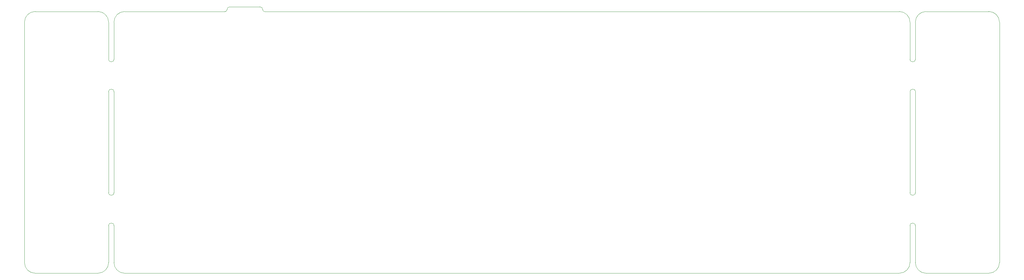
<source format=gm1>
G04 #@! TF.GenerationSoftware,KiCad,Pcbnew,(5.1.4-0-10_14)*
G04 #@! TF.CreationDate,2020-08-02T22:32:41-05:00*
G04 #@! TF.ProjectId,Ori,4f72692e-6b69-4636-9164-5f7063625858,rev?*
G04 #@! TF.SameCoordinates,Original*
G04 #@! TF.FileFunction,Profile,NP*
%FSLAX46Y46*%
G04 Gerber Fmt 4.6, Leading zero omitted, Abs format (unit mm)*
G04 Created by KiCad (PCBNEW (5.1.4-0-10_14)) date 2020-08-02 22:32:41*
%MOMM*%
%LPD*%
G04 APERTURE LIST*
%ADD10C,0.050000*%
G04 APERTURE END LIST*
D10*
X111217259Y-43129062D02*
X119820239Y-43129062D01*
X110440019Y-43906302D02*
G75*
G02X111217259Y-43129062I777240J0D01*
G01*
X119820239Y-43129062D02*
G75*
G02X120597479Y-43906302I0J-777240D01*
G01*
X304760004Y-58039000D02*
X304759999Y-47500002D01*
X306280000Y-115899820D02*
G75*
G03X309320000Y-118939820I3040000J0D01*
G01*
X309320000Y-44460000D02*
G75*
G03X306280000Y-47500000I0J-3040000D01*
G01*
X304759647Y-115900125D02*
X304760004Y-105410000D01*
X306280000Y-58039000D02*
X306280000Y-47500000D01*
X306280000Y-115899820D02*
X306280000Y-105410000D01*
X309319992Y-118939812D02*
X327179929Y-118939812D01*
X306280000Y-105410000D02*
G75*
G03X304760004Y-105410000I-759998J0D01*
G01*
X304760004Y-58039000D02*
G75*
G03X306280000Y-58039000I759998J0D01*
G01*
X306319996Y-67310000D02*
G75*
G03X304800000Y-67310000I-759998J0D01*
G01*
X304760004Y-96012000D02*
G75*
G03X306280000Y-96012000I759998J0D01*
G01*
X304800000Y-67310000D02*
X304760004Y-96012000D01*
X306319996Y-67310000D02*
X306280000Y-96012000D01*
X330219945Y-47500008D02*
G75*
G03X327179945Y-44460008I-3040000J0D01*
G01*
X327179929Y-118939812D02*
G75*
G03X330219929Y-115899812I0J3040000D01*
G01*
X327179945Y-44460008D02*
X309320000Y-44460000D01*
X330219929Y-115899812D02*
X330219945Y-47500008D01*
X52819717Y-115899689D02*
X52819701Y-47499885D01*
X55859701Y-44459885D02*
X73719646Y-44459877D01*
X55859717Y-118939689D02*
G75*
G02X52819717Y-115899689I0J3040000D01*
G01*
X52819701Y-47499885D02*
G75*
G02X55859701Y-44459885I3040000J0D01*
G01*
X76759646Y-67310000D02*
X76759646Y-96012000D01*
X78279642Y-67310000D02*
X78279642Y-96012000D01*
X78279642Y-96012000D02*
G75*
G02X76759646Y-96012000I-759998J0D01*
G01*
X76759646Y-67310000D02*
G75*
G02X78279642Y-67310000I759998J0D01*
G01*
X78279642Y-58039000D02*
G75*
G02X76759646Y-58039000I-759998J0D01*
G01*
X76759646Y-105410000D02*
G75*
G02X78279642Y-105410000I759998J0D01*
G01*
X73719654Y-118939689D02*
X55859717Y-118939689D01*
X76759646Y-115899697D02*
X76759646Y-105410000D01*
X78279999Y-47498752D02*
X78279642Y-58039000D01*
X76759646Y-58039000D02*
X76759646Y-47499877D01*
X78279999Y-115900002D02*
X78279642Y-105410000D01*
X110440019Y-43906302D02*
X110440043Y-43941818D01*
X120597479Y-43941818D02*
X120597479Y-43906302D01*
X110440043Y-43941818D02*
G75*
G02X109921859Y-44460002I-518184J0D01*
G01*
X121115663Y-44460002D02*
G75*
G02X120597479Y-43941818I0J518184D01*
G01*
X304759999Y-115900002D02*
G75*
G02X301719999Y-118940002I-3040000J0D01*
G01*
X301719999Y-44461252D02*
G75*
G02X304759999Y-47501252I0J-3040000D01*
G01*
X81319999Y-118940002D02*
G75*
G02X78279999Y-115900002I0J3040000D01*
G01*
X78279999Y-47498752D02*
G75*
G02X81319999Y-44458752I3040000J0D01*
G01*
X73719646Y-44459877D02*
G75*
G02X76759646Y-47499877I0J-3040000D01*
G01*
X76759646Y-115899697D02*
G75*
G02X73719646Y-118939697I-3040000J0D01*
G01*
X109921859Y-44460002D02*
X81319999Y-44458752D01*
X81319999Y-118940002D02*
X301719999Y-118940002D01*
X301719999Y-44461252D02*
X121115663Y-44460002D01*
M02*

</source>
